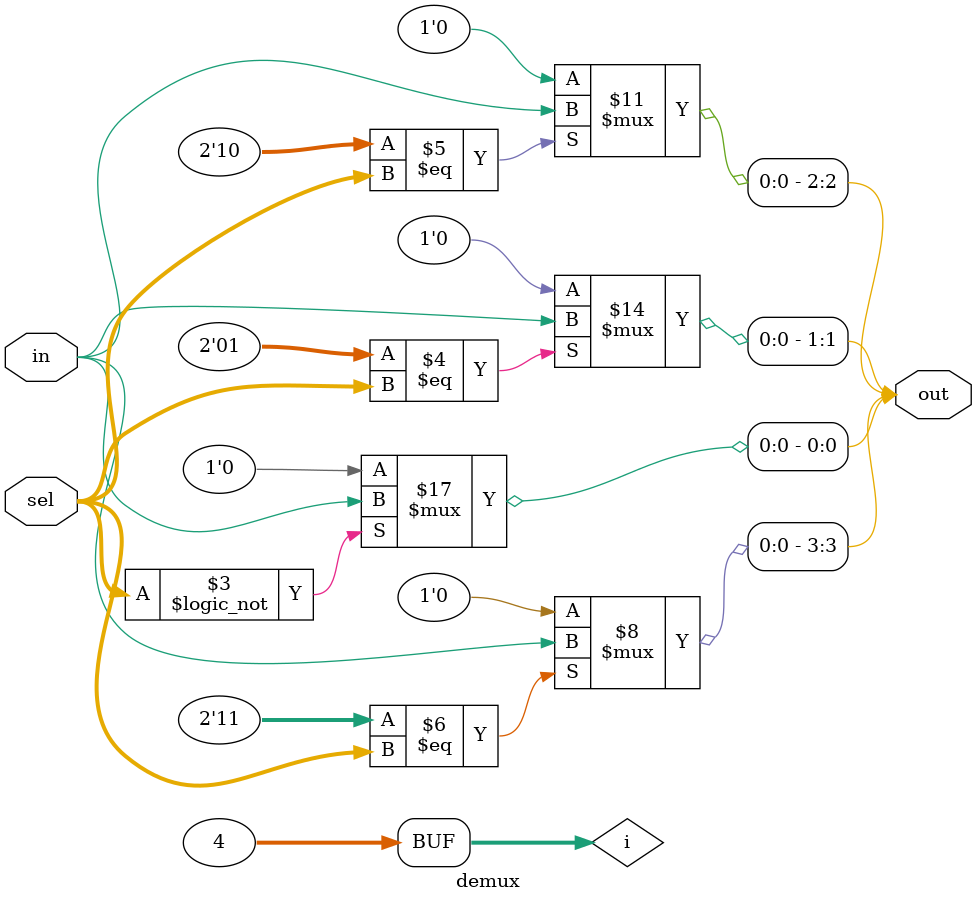
<source format=v>
module demux #(
    parameter WIDTH = 1,
    parameter CHANNELS = 4
)(
    input  wire [WIDTH-1:0] in,
    input  wire [$clog2(CHANNELS)-1:0] sel,
    output reg  [WIDTH*CHANNELS-1:0] out
);

    integer i;

    always @(*) begin
        out = 0;
        for (i = 0; i < CHANNELS; i = i + 1) begin
            if (i == sel)
                out[i*WIDTH +: WIDTH] = in;
        end
    end

endmodule
</source>
